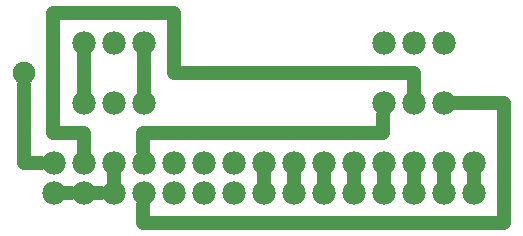
<source format=gbl>
G04 MADE WITH FRITZING*
G04 WWW.FRITZING.ORG*
G04 DOUBLE SIDED*
G04 HOLES PLATED*
G04 CONTOUR ON CENTER OF CONTOUR VECTOR*
%ASAXBY*%
%FSLAX23Y23*%
%MOIN*%
%OFA0B0*%
%SFA1.0B1.0*%
%ADD10C,0.078000*%
%ADD11C,0.075433*%
%ADD12C,0.048000*%
%LNCOPPER0*%
G90*
G70*
G54D10*
X324Y850D03*
X424Y850D03*
X524Y850D03*
X1324Y850D03*
X1424Y850D03*
X1524Y850D03*
X1324Y650D03*
X1424Y650D03*
X1524Y650D03*
X324Y650D03*
X424Y650D03*
X524Y650D03*
G54D11*
X124Y750D03*
G54D10*
X1624Y450D03*
X1524Y450D03*
X1424Y450D03*
X1324Y450D03*
X1224Y450D03*
X1124Y450D03*
X1024Y450D03*
X924Y450D03*
X824Y450D03*
X724Y450D03*
X624Y450D03*
X524Y450D03*
X424Y450D03*
X324Y450D03*
X224Y450D03*
X1624Y350D03*
X1524Y350D03*
X1424Y350D03*
X1324Y350D03*
X1224Y350D03*
X1124Y350D03*
X1024Y350D03*
X924Y350D03*
X824Y350D03*
X724Y350D03*
X624Y350D03*
X524Y350D03*
X424Y350D03*
X324Y350D03*
X224Y350D03*
G54D12*
X524Y808D02*
X524Y691D01*
D02*
X324Y491D02*
X324Y549D01*
D02*
X324Y549D02*
X223Y549D01*
D02*
X223Y549D02*
X223Y950D01*
D02*
X223Y950D02*
X624Y950D01*
D02*
X624Y950D02*
X625Y933D01*
D02*
X624Y749D02*
X1224Y749D01*
D02*
X625Y933D02*
X624Y749D01*
D02*
X1224Y749D02*
X1424Y749D01*
D02*
X1424Y749D02*
X1424Y691D01*
D02*
X324Y808D02*
X324Y691D01*
D02*
X523Y308D02*
X523Y249D01*
D02*
X523Y249D02*
X1724Y249D01*
D02*
X1724Y249D02*
X1724Y650D01*
D02*
X1724Y650D02*
X1565Y650D01*
D02*
X1024Y408D02*
X1024Y391D01*
D02*
X1324Y408D02*
X1324Y391D01*
D02*
X1524Y408D02*
X1524Y391D01*
D02*
X1424Y408D02*
X1424Y391D01*
D02*
X1124Y408D02*
X1124Y391D01*
D02*
X1624Y408D02*
X1624Y391D01*
D02*
X424Y391D02*
X424Y408D01*
D02*
X1224Y408D02*
X1224Y391D01*
D02*
X124Y449D02*
X182Y449D01*
D02*
X124Y710D02*
X124Y449D01*
D02*
X1323Y549D02*
X523Y549D01*
D02*
X1323Y608D02*
X1323Y549D01*
D02*
X523Y549D02*
X523Y491D01*
D02*
X365Y350D02*
X382Y350D01*
D02*
X282Y350D02*
X265Y350D01*
D02*
X924Y380D02*
X924Y419D01*
G04 End of Copper0*
M02*
</source>
